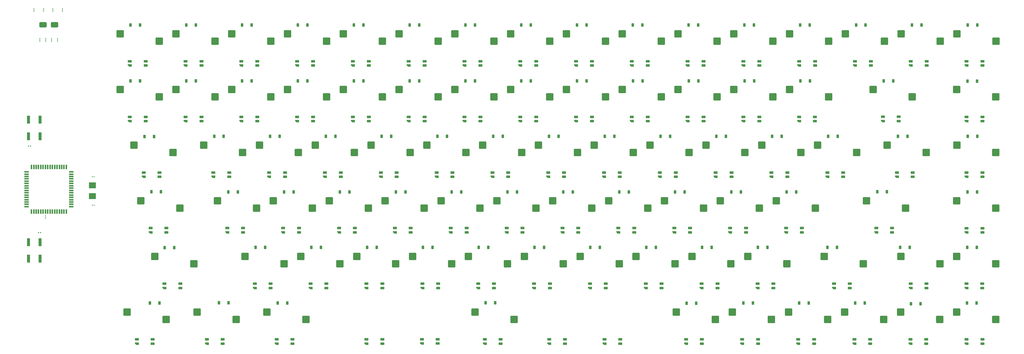
<source format=gtp>
G04 #@! TF.GenerationSoftware,KiCad,Pcbnew,7.0.5*
G04 #@! TF.CreationDate,2023-07-06T17:45:39-04:00*
G04 #@! TF.ProjectId,keyboard,6b657962-6f61-4726-942e-6b696361645f,rev?*
G04 #@! TF.SameCoordinates,Original*
G04 #@! TF.FileFunction,Paste,Top*
G04 #@! TF.FilePolarity,Positive*
%FSLAX46Y46*%
G04 Gerber Fmt 4.6, Leading zero omitted, Abs format (unit mm)*
G04 Created by KiCad (PCBNEW 7.0.5) date 2023-07-06 17:45:39*
%MOMM*%
%LPD*%
G01*
G04 APERTURE LIST*
G04 Aperture macros list*
%AMRoundRect*
0 Rectangle with rounded corners*
0 $1 Rounding radius*
0 $2 $3 $4 $5 $6 $7 $8 $9 X,Y pos of 4 corners*
0 Add a 4 corners polygon primitive as box body*
4,1,4,$2,$3,$4,$5,$6,$7,$8,$9,$2,$3,0*
0 Add four circle primitives for the rounded corners*
1,1,$1+$1,$2,$3*
1,1,$1+$1,$4,$5*
1,1,$1+$1,$6,$7*
1,1,$1+$1,$8,$9*
0 Add four rect primitives between the rounded corners*
20,1,$1+$1,$2,$3,$4,$5,0*
20,1,$1+$1,$4,$5,$6,$7,0*
20,1,$1+$1,$6,$7,$8,$9,0*
20,1,$1+$1,$8,$9,$2,$3,0*%
%AMFreePoly0*
4,1,18,-0.410000,0.265000,0.000000,0.675000,0.328000,0.675000,0.359380,0.668758,0.385983,0.650983,0.403758,0.624380,0.410000,0.593000,0.410000,-0.593000,0.403758,-0.624380,0.385983,-0.650983,0.359380,-0.668758,0.328000,-0.675000,-0.328000,-0.675000,-0.359380,-0.668758,-0.385983,-0.650983,-0.403758,-0.624380,-0.410000,-0.593000,-0.410000,0.265000,-0.410000,0.265000,$1*%
G04 Aperture macros list end*
%ADD10RoundRect,0.082000X0.593000X-0.328000X0.593000X0.328000X-0.593000X0.328000X-0.593000X-0.328000X0*%
%ADD11FreePoly0,90.000000*%
%ADD12RoundRect,0.250000X-1.025000X-1.000000X1.025000X-1.000000X1.025000X1.000000X-1.025000X1.000000X0*%
%ADD13R,2.400000X2.000000*%
%ADD14R,0.550000X1.500000*%
%ADD15R,1.500000X0.550000*%
%ADD16R,1.000000X2.750000*%
%ADD17RoundRect,0.079500X-0.079500X-0.100500X0.079500X-0.100500X0.079500X0.100500X-0.079500X0.100500X0*%
%ADD18RoundRect,0.079500X0.079500X0.100500X-0.079500X0.100500X-0.079500X-0.100500X0.079500X-0.100500X0*%
%ADD19RoundRect,0.079500X0.100500X-0.079500X0.100500X0.079500X-0.100500X0.079500X-0.100500X-0.079500X0*%
%ADD20RoundRect,0.079500X-0.100500X0.079500X-0.100500X-0.079500X0.100500X-0.079500X0.100500X0.079500X0*%
%ADD21RoundRect,0.225000X0.225000X0.375000X-0.225000X0.375000X-0.225000X-0.375000X0.225000X-0.375000X0*%
%ADD22RoundRect,0.250000X-1.000000X-0.650000X1.000000X-0.650000X1.000000X0.650000X-1.000000X0.650000X0*%
%ADD23RoundRect,0.067500X-0.067500X-0.067500X0.067500X-0.067500X0.067500X0.067500X-0.067500X0.067500X0*%
G04 APERTURE END LIST*
D10*
X331573036Y-262215000D03*
X331573036Y-263715000D03*
X326123036Y-262215000D03*
D11*
X326123036Y-263715000D03*
D10*
X312498036Y-262220000D03*
X312498036Y-263720000D03*
X307048036Y-262220000D03*
D11*
X307048036Y-263720000D03*
D10*
X268648036Y-262195000D03*
X268648036Y-263695000D03*
X263198036Y-262195000D03*
D11*
X263198036Y-263695000D03*
D10*
X249573036Y-262220000D03*
X249573036Y-263720000D03*
X244123036Y-262220000D03*
D11*
X244123036Y-263720000D03*
D12*
X199186230Y-255355000D03*
X185736230Y-252815000D03*
X175098036Y-255355000D03*
X161648036Y-252815000D03*
X223274424Y-255355000D03*
X209824424Y-252815000D03*
X177458036Y-197750000D03*
X164008036Y-195210000D03*
X415293036Y-236165000D03*
X401843036Y-233625000D03*
X436966068Y-197750000D03*
X423516068Y-195210000D03*
X179848036Y-216955000D03*
X166398036Y-214415000D03*
D13*
X149727856Y-209065000D03*
X149727856Y-212765000D03*
D14*
X128702856Y-218115000D03*
X129502856Y-218115000D03*
X130302856Y-218115000D03*
X131102856Y-218115000D03*
X131902856Y-218115000D03*
X132702856Y-218115000D03*
X133502856Y-218115000D03*
X134302856Y-218115000D03*
X135102856Y-218115000D03*
X135902856Y-218115000D03*
X136702856Y-218115000D03*
X137502856Y-218115000D03*
X138302856Y-218115000D03*
X139102856Y-218115000D03*
X139902856Y-218115000D03*
X140702856Y-218115000D03*
D15*
X142402856Y-216415000D03*
X142402856Y-215615000D03*
X142402856Y-214815000D03*
X142402856Y-214015000D03*
X142402856Y-213215000D03*
X142402856Y-212415000D03*
X142402856Y-211615000D03*
X142402856Y-210815000D03*
X142402856Y-210015000D03*
X142402856Y-209215000D03*
X142402856Y-208415000D03*
X142402856Y-207615000D03*
X142402856Y-206815000D03*
X142402856Y-206015000D03*
X142402856Y-205215000D03*
X142402856Y-204415000D03*
D14*
X140702856Y-202715000D03*
X139902856Y-202715000D03*
X139102856Y-202715000D03*
X138302856Y-202715000D03*
X137502856Y-202715000D03*
X136702856Y-202715000D03*
X135902856Y-202715000D03*
X135102856Y-202715000D03*
X134302856Y-202715000D03*
X133502856Y-202715000D03*
X132702856Y-202715000D03*
X131902856Y-202715000D03*
X131102856Y-202715000D03*
X130302856Y-202715000D03*
X129502856Y-202715000D03*
X128702856Y-202715000D03*
D15*
X127002856Y-204415000D03*
X127002856Y-205215000D03*
X127002856Y-206015000D03*
X127002856Y-206815000D03*
X127002856Y-207615000D03*
X127002856Y-208415000D03*
X127002856Y-209215000D03*
X127002856Y-210015000D03*
X127002856Y-210815000D03*
X127002856Y-211615000D03*
X127002856Y-212415000D03*
X127002856Y-213215000D03*
X127002856Y-214015000D03*
X127002856Y-214815000D03*
X127002856Y-215615000D03*
X127002856Y-216415000D03*
D16*
X127652856Y-186365000D03*
X127652856Y-192115000D03*
X131652856Y-186365000D03*
X131652856Y-192115000D03*
X127652856Y-228665000D03*
X127652856Y-234415000D03*
X131652856Y-228665000D03*
X131652856Y-234415000D03*
D17*
X127657856Y-195490000D03*
X128347856Y-195490000D03*
D18*
X131817856Y-225390000D03*
X131127856Y-225390000D03*
D19*
X132814286Y-148837500D03*
X132814286Y-148147500D03*
X136089286Y-148837500D03*
X136089286Y-148147500D03*
D20*
X129539286Y-148147500D03*
X129539286Y-148837500D03*
X139364286Y-148147500D03*
X139364286Y-148837500D03*
D12*
X215708036Y-236175000D03*
X202258036Y-233635000D03*
X297597320Y-197750000D03*
X284147320Y-195210000D03*
X234956161Y-236165000D03*
X221506161Y-233625000D03*
X220679464Y-197750000D03*
X207229464Y-195210000D03*
X273452411Y-236165000D03*
X260002411Y-233625000D03*
X441684911Y-236165000D03*
X428234911Y-233625000D03*
X316826784Y-197750000D03*
X303376784Y-195210000D03*
X172683036Y-178531250D03*
X159233036Y-175991250D03*
X278367856Y-197750000D03*
X264917856Y-195210000D03*
X294987618Y-255355000D03*
X281537618Y-252815000D03*
X441745536Y-159312500D03*
X428295536Y-156772500D03*
X225492922Y-216955000D03*
X212042922Y-214415000D03*
X412974104Y-197750000D03*
X399524104Y-195210000D03*
X402970950Y-255355000D03*
X389520950Y-252815000D03*
X364319562Y-255355000D03*
X350869562Y-252815000D03*
X259138392Y-197750000D03*
X245688392Y-195210000D03*
X398748036Y-216955000D03*
X385298036Y-214415000D03*
X388941161Y-236165000D03*
X375491161Y-233625000D03*
X201450000Y-197750000D03*
X188000000Y-195210000D03*
X422526786Y-159312500D03*
X409076786Y-156772500D03*
X403308036Y-178531250D03*
X389858036Y-175991250D03*
X460958036Y-197750000D03*
X447508036Y-195210000D03*
X460948036Y-216965000D03*
X447498036Y-214425000D03*
X374515176Y-197750000D03*
X361065176Y-195210000D03*
X355285712Y-197750000D03*
X341835712Y-195210000D03*
X311948661Y-236165000D03*
X298498661Y-233625000D03*
X384089286Y-178531250D03*
X370639286Y-175991250D03*
X331196786Y-236165000D03*
X317746786Y-233625000D03*
X350444911Y-236165000D03*
X336994911Y-233625000D03*
X184614286Y-236160000D03*
X171164286Y-233620000D03*
X422296644Y-255355000D03*
X408846644Y-252815000D03*
X393744640Y-197750000D03*
X380294640Y-195210000D03*
X340996330Y-216955000D03*
X327546330Y-214415000D03*
X321745762Y-216955000D03*
X308295762Y-214415000D03*
X336056248Y-197750000D03*
X322606248Y-195210000D03*
X460948036Y-178530000D03*
X447498036Y-175990000D03*
X302495194Y-216955000D03*
X289045194Y-214415000D03*
X369693036Y-236165000D03*
X356243036Y-233625000D03*
X283244626Y-216955000D03*
X269794626Y-214415000D03*
X383645256Y-255355000D03*
X370195256Y-252815000D03*
X403308036Y-159312500D03*
X389858036Y-156772500D03*
X384089286Y-159312500D03*
X370639286Y-156772500D03*
X364870536Y-159312500D03*
X351420536Y-156772500D03*
X345651786Y-159312500D03*
X332201786Y-156772500D03*
X326433036Y-159312500D03*
X312983036Y-156772500D03*
X307214286Y-159312500D03*
X293764286Y-156772500D03*
X287995536Y-159312500D03*
X274545536Y-156772500D03*
X268776786Y-159312500D03*
X255326786Y-156772500D03*
X249558036Y-159312500D03*
X236108036Y-156772500D03*
X230339286Y-159312500D03*
X216889286Y-156772500D03*
X211120536Y-159312500D03*
X197670536Y-156772500D03*
X191901786Y-159312500D03*
X178451786Y-156772500D03*
X263994058Y-216955000D03*
X250544058Y-214415000D03*
X172683036Y-159312500D03*
X159233036Y-156772500D03*
X429826786Y-216960000D03*
X416376786Y-214420000D03*
X460933036Y-236165000D03*
X447483036Y-233625000D03*
X239908928Y-197750000D03*
X226458928Y-195210000D03*
X460964286Y-159312500D03*
X447514286Y-156772500D03*
X244743490Y-216955000D03*
X231293490Y-214415000D03*
X379497466Y-216955000D03*
X366047466Y-214415000D03*
X254204286Y-236165000D03*
X240754286Y-233625000D03*
X432133036Y-178525000D03*
X418683036Y-175985000D03*
X292700536Y-236165000D03*
X279250536Y-233625000D03*
X206242354Y-216955000D03*
X192792354Y-214415000D03*
X345651786Y-178531250D03*
X332201786Y-175991250D03*
X326433036Y-178531250D03*
X312983036Y-175991250D03*
X307214286Y-178531250D03*
X293764286Y-175991250D03*
X287995536Y-178531250D03*
X274545536Y-175991250D03*
X268776786Y-178531250D03*
X255326786Y-175991250D03*
X249558036Y-178531250D03*
X236108036Y-175991250D03*
X230339286Y-178531250D03*
X216889286Y-175991250D03*
X211120536Y-178531250D03*
X197670536Y-175991250D03*
X191901786Y-178531250D03*
X178451786Y-175991250D03*
X364870536Y-178531250D03*
X351420536Y-175991250D03*
X360246898Y-216955000D03*
X346796898Y-214415000D03*
X441622338Y-255355000D03*
X428172338Y-252815000D03*
X460948036Y-255355000D03*
X447498036Y-252815000D03*
D10*
X211073036Y-243045000D03*
X211073036Y-244545000D03*
X205623036Y-243045000D03*
D11*
X205623036Y-244545000D03*
D10*
X292962563Y-204620000D03*
X292962563Y-206120000D03*
X287512563Y-204620000D03*
D11*
X287512563Y-206120000D03*
D10*
X230321161Y-243035000D03*
X230321161Y-244535000D03*
X224871161Y-243035000D03*
D11*
X224871161Y-244535000D03*
D10*
X194551230Y-262225000D03*
X194551230Y-263725000D03*
X189101230Y-262225000D03*
D11*
X189101230Y-263725000D03*
D10*
X216044383Y-204620000D03*
X216044383Y-206120000D03*
X210594383Y-204620000D03*
D11*
X210594383Y-206120000D03*
D10*
X268817411Y-243035000D03*
X268817411Y-244535000D03*
X263367411Y-243035000D03*
D11*
X263367411Y-244535000D03*
D10*
X437049911Y-243035000D03*
X437049911Y-244535000D03*
X431599911Y-243035000D03*
D11*
X431599911Y-244535000D03*
D10*
X312192108Y-204620000D03*
X312192108Y-206120000D03*
X306742108Y-204620000D03*
D11*
X306742108Y-206120000D03*
D10*
X168048036Y-185401250D03*
X168048036Y-186901250D03*
X162598036Y-185401250D03*
D11*
X162598036Y-186901250D03*
D10*
X172823036Y-204620000D03*
X172823036Y-206120000D03*
X167373036Y-204620000D03*
D11*
X167373036Y-206120000D03*
D10*
X273733018Y-204620000D03*
X273733018Y-206120000D03*
X268283018Y-204620000D03*
D11*
X268283018Y-206120000D03*
D10*
X290352618Y-262225000D03*
X290352618Y-263725000D03*
X284902618Y-262225000D03*
D11*
X284902618Y-263725000D03*
D10*
X437110536Y-166182500D03*
X437110536Y-167682500D03*
X431660536Y-166182500D03*
D11*
X431660536Y-167682500D03*
D10*
X220857922Y-223825000D03*
X220857922Y-225325000D03*
X215407922Y-223825000D03*
D11*
X215407922Y-225325000D03*
D10*
X410658036Y-243035000D03*
X410658036Y-244535000D03*
X405208036Y-243035000D03*
D11*
X405208036Y-244535000D03*
D10*
X456313036Y-262225000D03*
X456313036Y-263725000D03*
X450863036Y-262225000D03*
D11*
X450863036Y-263725000D03*
D10*
X408339838Y-204620000D03*
X408339838Y-206120000D03*
X402889838Y-204620000D03*
D11*
X402889838Y-206120000D03*
D10*
X398335950Y-262225000D03*
X398335950Y-263725000D03*
X392885950Y-262225000D03*
D11*
X392885950Y-263725000D03*
D10*
X359684562Y-262225000D03*
X359684562Y-263725000D03*
X354234562Y-262225000D03*
D11*
X354234562Y-263725000D03*
D10*
X254503473Y-204620000D03*
X254503473Y-206120000D03*
X249053473Y-204620000D03*
D11*
X249053473Y-206120000D03*
D10*
X394113036Y-223825000D03*
X394113036Y-225325000D03*
X388663036Y-223825000D03*
D11*
X388663036Y-225325000D03*
D10*
X384306161Y-243035000D03*
X384306161Y-244535000D03*
X378856161Y-243035000D03*
D11*
X378856161Y-244535000D03*
D10*
X196814838Y-204620000D03*
X196814838Y-206120000D03*
X191364838Y-204620000D03*
D11*
X191364838Y-206120000D03*
D10*
X417891786Y-166182500D03*
X417891786Y-167682500D03*
X412441786Y-166182500D03*
D11*
X412441786Y-167682500D03*
D10*
X398648036Y-185401250D03*
X398648036Y-186901250D03*
X393198036Y-185401250D03*
D11*
X393198036Y-186901250D03*
D10*
X432331068Y-204620000D03*
X432331068Y-206120000D03*
X426881068Y-204620000D03*
D11*
X426881068Y-206120000D03*
D10*
X456323036Y-204620000D03*
X456323036Y-206120000D03*
X450873036Y-204620000D03*
D11*
X450873036Y-206120000D03*
D10*
X456313036Y-223835000D03*
X456313036Y-225335000D03*
X450863036Y-223835000D03*
D11*
X450863036Y-225335000D03*
D10*
X369880743Y-204620000D03*
X369880743Y-206120000D03*
X364430743Y-204620000D03*
D11*
X364430743Y-206120000D03*
D10*
X350651198Y-204620000D03*
X350651198Y-206120000D03*
X345201198Y-204620000D03*
D11*
X345201198Y-206120000D03*
D10*
X307313661Y-243035000D03*
X307313661Y-244535000D03*
X301863661Y-243035000D03*
D11*
X301863661Y-244535000D03*
D10*
X379431362Y-185401250D03*
X379431362Y-186901250D03*
X373981362Y-185401250D03*
D11*
X373981362Y-186901250D03*
D10*
X326561786Y-243035000D03*
X326561786Y-244535000D03*
X321111786Y-243035000D03*
D11*
X321111786Y-244535000D03*
D10*
X345809911Y-243035000D03*
X345809911Y-244535000D03*
X340359911Y-243035000D03*
D11*
X340359911Y-244535000D03*
D10*
X179979286Y-243030000D03*
X179979286Y-244530000D03*
X174529286Y-243030000D03*
D11*
X174529286Y-244530000D03*
D10*
X417661644Y-262225000D03*
X417661644Y-263725000D03*
X412211644Y-262225000D03*
D11*
X412211644Y-263725000D03*
D10*
X389110288Y-204620000D03*
X389110288Y-206120000D03*
X383660288Y-204620000D03*
D11*
X383660288Y-206120000D03*
D10*
X170463036Y-262225000D03*
X170463036Y-263725000D03*
X165013036Y-262225000D03*
D11*
X165013036Y-263725000D03*
D10*
X218639424Y-262225000D03*
X218639424Y-263725000D03*
X213189424Y-262225000D03*
D11*
X213189424Y-263725000D03*
D10*
X355611898Y-223825000D03*
X355611898Y-225325000D03*
X350161898Y-223825000D03*
D11*
X350161898Y-225325000D03*
D10*
X336361330Y-223825000D03*
X336361330Y-225325000D03*
X330911330Y-223825000D03*
D11*
X330911330Y-225325000D03*
D10*
X317110762Y-223825000D03*
X317110762Y-225325000D03*
X311660762Y-223825000D03*
D11*
X311660762Y-225325000D03*
D10*
X331421653Y-204620000D03*
X331421653Y-206120000D03*
X325971653Y-204620000D03*
D11*
X325971653Y-206120000D03*
D10*
X456313036Y-185400000D03*
X456313036Y-186900000D03*
X450863036Y-185400000D03*
D11*
X450863036Y-186900000D03*
D10*
X297860194Y-223825000D03*
X297860194Y-225325000D03*
X292410194Y-223825000D03*
D11*
X292410194Y-225325000D03*
D10*
X365058036Y-243035000D03*
X365058036Y-244535000D03*
X359608036Y-243035000D03*
D11*
X359608036Y-244535000D03*
D10*
X278609626Y-223825000D03*
X278609626Y-225325000D03*
X273159626Y-223825000D03*
D11*
X273159626Y-225325000D03*
D10*
X379010256Y-262225000D03*
X379010256Y-263725000D03*
X373560256Y-262225000D03*
D11*
X373560256Y-263725000D03*
D10*
X259359058Y-223825000D03*
X259359058Y-225325000D03*
X253909058Y-223825000D03*
D11*
X253909058Y-225325000D03*
D10*
X398673036Y-166182500D03*
X398673036Y-167682500D03*
X393223036Y-166182500D03*
D11*
X393223036Y-167682500D03*
D10*
X379454286Y-166182500D03*
X379454286Y-167682500D03*
X374004286Y-166182500D03*
D11*
X374004286Y-167682500D03*
D10*
X360235536Y-166182500D03*
X360235536Y-167682500D03*
X354785536Y-166182500D03*
D11*
X354785536Y-167682500D03*
D10*
X341016786Y-166182500D03*
X341016786Y-167682500D03*
X335566786Y-166182500D03*
D11*
X335566786Y-167682500D03*
D10*
X321798036Y-166182500D03*
X321798036Y-167682500D03*
X316348036Y-166182500D03*
D11*
X316348036Y-167682500D03*
D10*
X302579286Y-166182500D03*
X302579286Y-167682500D03*
X297129286Y-166182500D03*
D11*
X297129286Y-167682500D03*
D10*
X283360536Y-166182500D03*
X283360536Y-167682500D03*
X277910536Y-166182500D03*
D11*
X277910536Y-167682500D03*
D10*
X264141786Y-166182500D03*
X264141786Y-167682500D03*
X258691786Y-166182500D03*
D11*
X258691786Y-167682500D03*
D10*
X244923036Y-166182500D03*
X244923036Y-167682500D03*
X239473036Y-166182500D03*
D11*
X239473036Y-167682500D03*
D10*
X225704286Y-166182500D03*
X225704286Y-167682500D03*
X220254286Y-166182500D03*
D11*
X220254286Y-167682500D03*
D10*
X206485536Y-166182500D03*
X206485536Y-167682500D03*
X201035536Y-166182500D03*
D11*
X201035536Y-167682500D03*
D10*
X187266786Y-166182500D03*
X187266786Y-167682500D03*
X181816786Y-166182500D03*
D11*
X181816786Y-167682500D03*
D10*
X168048036Y-166182500D03*
X168048036Y-167682500D03*
X162598036Y-166182500D03*
D11*
X162598036Y-167682500D03*
D10*
X425191786Y-223830000D03*
X425191786Y-225330000D03*
X419741786Y-223830000D03*
D11*
X419741786Y-225330000D03*
D10*
X456298036Y-243035000D03*
X456298036Y-244535000D03*
X450848036Y-243035000D03*
D11*
X450848036Y-244535000D03*
D10*
X235273928Y-204620000D03*
X235273928Y-206120000D03*
X229823928Y-204620000D03*
D11*
X229823928Y-206120000D03*
D10*
X436987338Y-262225000D03*
X436987338Y-263725000D03*
X431537338Y-262225000D03*
D11*
X431537338Y-263725000D03*
D10*
X456329286Y-166182500D03*
X456329286Y-167682500D03*
X450879286Y-166182500D03*
D11*
X450879286Y-167682500D03*
D10*
X240108490Y-223825000D03*
X240108490Y-225325000D03*
X234658490Y-223825000D03*
D11*
X234658490Y-225325000D03*
D10*
X374862466Y-223825000D03*
X374862466Y-225325000D03*
X369412466Y-223825000D03*
D11*
X369412466Y-225325000D03*
D10*
X175213036Y-223825000D03*
X175213036Y-225325000D03*
X169763036Y-223825000D03*
D11*
X169763036Y-225325000D03*
D10*
X249569286Y-243035000D03*
X249569286Y-244535000D03*
X244119286Y-243035000D03*
D11*
X244119286Y-244535000D03*
D10*
X427498036Y-185395000D03*
X427498036Y-186895000D03*
X422048036Y-185395000D03*
D11*
X422048036Y-186895000D03*
D10*
X288065536Y-243035000D03*
X288065536Y-244535000D03*
X282615536Y-243035000D03*
D11*
X282615536Y-244535000D03*
D10*
X201607354Y-223825000D03*
X201607354Y-225325000D03*
X196157354Y-223825000D03*
D11*
X196157354Y-225325000D03*
D10*
X340998030Y-185401250D03*
X340998030Y-186901250D03*
X335548030Y-185401250D03*
D11*
X335548030Y-186901250D03*
D10*
X321781364Y-185401250D03*
X321781364Y-186901250D03*
X316331364Y-185401250D03*
D11*
X316331364Y-186901250D03*
D10*
X302564698Y-185401250D03*
X302564698Y-186901250D03*
X297114698Y-185401250D03*
D11*
X297114698Y-186901250D03*
D10*
X283348032Y-185401250D03*
X283348032Y-186901250D03*
X277898032Y-185401250D03*
D11*
X277898032Y-186901250D03*
D10*
X264131366Y-185401250D03*
X264131366Y-186901250D03*
X258681366Y-185401250D03*
D11*
X258681366Y-186901250D03*
D10*
X244914700Y-185401250D03*
X244914700Y-186901250D03*
X239464700Y-185401250D03*
D11*
X239464700Y-186901250D03*
D10*
X225698034Y-185401250D03*
X225698034Y-186901250D03*
X220248034Y-185401250D03*
D11*
X220248034Y-186901250D03*
D10*
X206481368Y-185401250D03*
X206481368Y-186901250D03*
X201031368Y-185401250D03*
D11*
X201031368Y-186901250D03*
D10*
X187264702Y-185401250D03*
X187264702Y-186901250D03*
X181814702Y-185401250D03*
D11*
X181814702Y-186901250D03*
D10*
X360214696Y-185401250D03*
X360214696Y-186901250D03*
X354764696Y-185401250D03*
D11*
X354764696Y-186901250D03*
D21*
X454277856Y-249665000D03*
X450977856Y-249665000D03*
X454377856Y-230490000D03*
X451077856Y-230490000D03*
X454452856Y-211365000D03*
X451152856Y-211365000D03*
X454541496Y-192140000D03*
X451241496Y-192140000D03*
X454452856Y-173040000D03*
X451152856Y-173040000D03*
X454546190Y-153715000D03*
X451246190Y-153715000D03*
X435027856Y-249940000D03*
X431727856Y-249940000D03*
X431277856Y-230440000D03*
X427977856Y-230440000D03*
X430516496Y-192115000D03*
X427216496Y-192115000D03*
X425577856Y-172965000D03*
X422277856Y-172965000D03*
X435317852Y-153715000D03*
X432017852Y-153715000D03*
X415752856Y-249665000D03*
X412452856Y-249665000D03*
X406252856Y-230515000D03*
X402952856Y-230515000D03*
X423377856Y-211290000D03*
X420077856Y-211290000D03*
X406441496Y-192140000D03*
X403141496Y-192140000D03*
X416089519Y-153715000D03*
X412789519Y-153715000D03*
X396502856Y-249740000D03*
X393202856Y-249740000D03*
X392202856Y-211365000D03*
X388902856Y-211365000D03*
X387214216Y-192140000D03*
X383914216Y-192140000D03*
X396927856Y-172965000D03*
X393627856Y-172965000D03*
X396861186Y-153715000D03*
X393561186Y-153715000D03*
X377277856Y-249715000D03*
X373977856Y-249715000D03*
X382252856Y-230490000D03*
X378952856Y-230490000D03*
X373102856Y-211365000D03*
X369802856Y-211365000D03*
X367986944Y-192140000D03*
X364686944Y-192140000D03*
X377692432Y-172965000D03*
X374392432Y-172965000D03*
X377632853Y-153715000D03*
X374332853Y-153715000D03*
X357677856Y-249790000D03*
X354377856Y-249790000D03*
X363022296Y-230490000D03*
X359722296Y-230490000D03*
X353722856Y-211365000D03*
X350422856Y-211365000D03*
X348759672Y-192140000D03*
X345459672Y-192140000D03*
X358457016Y-172965000D03*
X355157016Y-172965000D03*
X358404520Y-153715000D03*
X355104520Y-153715000D03*
X343791741Y-230490000D03*
X340491741Y-230490000D03*
X334482856Y-211365000D03*
X331182856Y-211365000D03*
X329532400Y-192140000D03*
X326232400Y-192140000D03*
X339221600Y-172965000D03*
X335921600Y-172965000D03*
X339176187Y-153715000D03*
X335876187Y-153715000D03*
X324561186Y-230490000D03*
X321261186Y-230490000D03*
X315242856Y-211365000D03*
X311942856Y-211365000D03*
X310305128Y-192140000D03*
X307005128Y-192140000D03*
X319986184Y-172965000D03*
X316686184Y-172965000D03*
X319947854Y-153715000D03*
X316647854Y-153715000D03*
X305330631Y-230490000D03*
X302030631Y-230490000D03*
X296002856Y-211365000D03*
X292702856Y-211365000D03*
X291077856Y-192140000D03*
X287777856Y-192140000D03*
X300750768Y-172965000D03*
X297450768Y-172965000D03*
X300719521Y-153715000D03*
X297419521Y-153715000D03*
X288477856Y-249640000D03*
X285177856Y-249640000D03*
X286100076Y-230490000D03*
X282800076Y-230490000D03*
X276762856Y-211365000D03*
X273462856Y-211365000D03*
X271850584Y-192140000D03*
X268550584Y-192140000D03*
X281515352Y-172965000D03*
X278215352Y-172965000D03*
X281491188Y-153715000D03*
X278191188Y-153715000D03*
X266869521Y-230490000D03*
X263569521Y-230490000D03*
X257522856Y-211365000D03*
X254222856Y-211365000D03*
X252623312Y-192140000D03*
X249323312Y-192140000D03*
X262279936Y-172965000D03*
X258979936Y-172965000D03*
X262262855Y-153715000D03*
X258962855Y-153715000D03*
X247638966Y-230490000D03*
X244338966Y-230490000D03*
X238282856Y-211365000D03*
X234982856Y-211365000D03*
X233396040Y-192140000D03*
X230096040Y-192140000D03*
X243044520Y-172965000D03*
X239744520Y-172965000D03*
X243034522Y-153715000D03*
X239734522Y-153715000D03*
X216827856Y-249690000D03*
X213527856Y-249690000D03*
X228408411Y-230490000D03*
X225108411Y-230490000D03*
X219042856Y-211365000D03*
X215742856Y-211365000D03*
X214168768Y-192140000D03*
X210868768Y-192140000D03*
X223809104Y-172965000D03*
X220509104Y-172965000D03*
X223806189Y-153715000D03*
X220506189Y-153715000D03*
X209177856Y-230490000D03*
X205877856Y-230490000D03*
X199802856Y-211365000D03*
X196502856Y-211365000D03*
X194941496Y-192140000D03*
X191641496Y-192140000D03*
X204573688Y-172965000D03*
X201273688Y-172965000D03*
X204577856Y-153715000D03*
X201277856Y-153715000D03*
X196577856Y-249590000D03*
X193277856Y-249590000D03*
X177877856Y-230565000D03*
X174577856Y-230565000D03*
X185338272Y-172965000D03*
X182038272Y-172965000D03*
X185349523Y-153715000D03*
X182049523Y-153715000D03*
X172827856Y-249665000D03*
X169527856Y-249665000D03*
X173302856Y-211265000D03*
X170002856Y-211265000D03*
X170941496Y-192190000D03*
X167641496Y-192190000D03*
X166102856Y-172965000D03*
X162802856Y-172965000D03*
X166121190Y-153715000D03*
X162821190Y-153715000D03*
D22*
X132664286Y-153612500D03*
X136664286Y-153612500D03*
D19*
X137689286Y-159182500D03*
X137689286Y-158492500D03*
D20*
X135639286Y-158492500D03*
X135639286Y-159182500D03*
X133589286Y-158492500D03*
X133589286Y-159182500D03*
X131539286Y-158492500D03*
X131539286Y-159182500D03*
X133502856Y-219625000D03*
X133502856Y-220315000D03*
D23*
X150252856Y-215915000D03*
X149702856Y-215915000D03*
X150277856Y-206115000D03*
X149727856Y-206115000D03*
M02*

</source>
